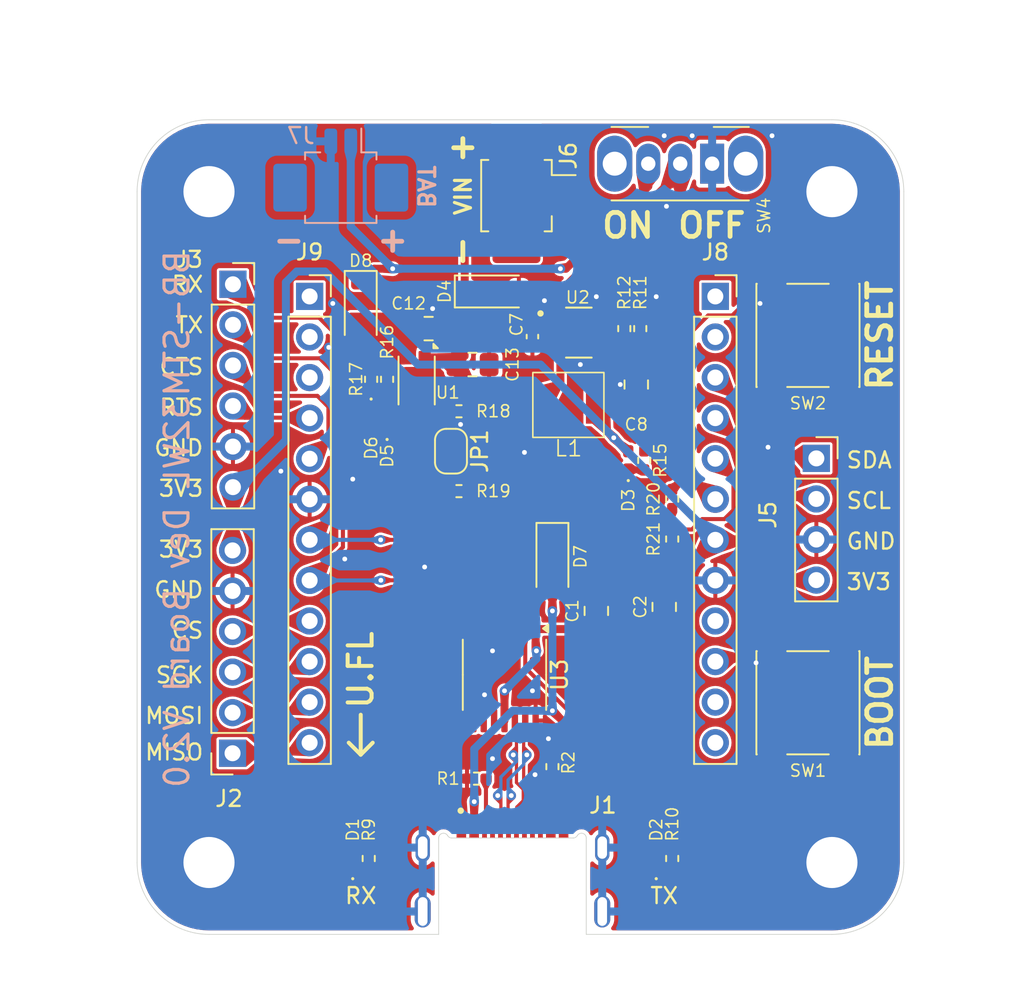
<source format=kicad_pcb>
(kicad_pcb (version 20240108) (generator "pcbnew") (generator_version "8.0")
  (title_block (title "BB-STM32 Dev Board") (date "2024-09-29") (rev "0") (company "Tyler Kraft"))
  (layers (0 "F.Cu" signal) (31 "B.Cu" signal) (34 "B.Paste" user) (35 "F.Paste" user) (36 "B.SilkS" user "B.Silkscreen") (37 "F.SilkS" user "F.Silkscreen") (38 "B.Mask" user) (39 "F.Mask" user) (44 "Edge.Cuts" user))
  (net 0 "")
  (net 1 "GND")
  (net 2 "Net-(D1-K)")
  (net 3 "Net-(D1-A)")
  (net 4 "Net-(D2-A)")
  (net 5 "Net-(D2-K)")
  (net 6 "/USB_RXD")
  (net 7 "Net-(J3-Pin_4)")
  (net 8 "Net-(J3-Pin_3)")
  (net 13 "/USB_TXD")
  (net 15 "/USB_DP")
  (net 16 "/USB_DN")
  (net 17 "Net-(J1-CC2)")
  (net 18 "USB_VBUS")
  (net 20 "Net-(J1-CC1)")
  (net 22 "Net-(J2-Pin_3)")
  (net 23 "Net-(J2-Pin_1)")
  (net 24 "Net-(D8-K)")
  (net 25 "+3V3")
  (net 26 "Net-(J2-Pin_4)")
  (net 27 "Net-(J2-Pin_2)")
  (net 28 "Net-(J5-Pin_2)")
  (net 29 "Net-(J5-Pin_1)")
  (net 30 "/NRST")
  (net 31 "VBAT")
  (net 32 "Net-(D4-K)")
  (net 33 "Net-(D3-K)")
  (net 34 "Net-(D5-A)")
  (net 35 "Net-(D5-K)")
  (net 36 "Net-(D6-K)")
  (net 37 "Net-(JP1-A)")
  (net 38 "Net-(JP1-B)")
  (net 40 "Net-(D8-A)")
  (net 41 "Net-(U2-SW)")
  (net 42 "Net-(U2-FB)")
  (net 44 "Net-(J8-Pin_5)")
  (net 45 "Net-(J8-Pin_10)")
  (net 49 "/SWCLK")
  (net 50 "/SWDIO")
  (footprint "Button_Switch_SMD:SW_Push_1P1T_NO_6x6mm_H9.5mm" (layer "F.Cu") (at 156.5 109 -90)
    (property "Reference" "SW1")
    (property "Value" "BOOT")
  )
  (footprint "LED_SMD:LED_0402_1005Metric_Pad0.77x0.64mm_HandSolder" (layer "F.Cu") (at 129.15 91.25 -90)
    (property "Reference" "D6")
    (property "Value" "FULL")
  )
  (footprint "Resistor_SMD:R_0402_1005Metric_Pad0.72x0.64mm_HandSolder" (layer "F.Cu") (at 145 85.575 90)
    (property "Reference" "R12")
    (property "Value" "100K")
  )
  (footprint "Capacitor_SMD:C_0805_2012Metric_Pad1.18x1.45mm_HandSolder" (layer "F.Cu") (at 143.25 103.25 90)
    (property "Reference" "C1")
    (property "Value" "10uF")
  )
  (footprint "Button_Switch_SMD:SW_Push_1P1T_NO_6x6mm_H9.5mm" (layer "F.Cu") (at 156.5 86 -90)
    (property "Reference" "SW2")
    (property "Value" "RESET")
  )
  (footprint "LED_SMD:LED_0402_1005Metric_Pad0.77x0.64mm_HandSolder" (layer "F.Cu") (at 145.25 93.825 90)
    (property "Reference" "D3")
    (property "Value" "LED_Small")
  )
  (footprint "Connector_Molex:Molex_PicoBlade_53261-0271_1x02-1MP_P1.25mm_Horizontal" (layer "F.Cu") (at 138.75 77.25 -90)
    (property "Reference" "J6")
    (property "Value" "3V-16V")
  )
  (footprint "Connector_PinSocket_2.54mm:PinSocket_1x12_P2.54mm_Vertical" (layer "F.Cu") (at 125.3 83.56)
    (property "Reference" "J9")
    (property "Value" "Conn_01x12")
  )
  (footprint "LED_SMD:LED_0402_1005Metric_Pad0.77x0.64mm_HandSolder" (layer "F.Cu") (at 130.15 91.25 90)
    (property "Reference" "D5")
    (property "Value" "POWER")
  )
  (footprint "Capacitor_SMD:C_0402_1005Metric_Pad0.74x0.62mm_HandSolder" (layer "F.Cu") (at 139.25 86.075 -90)
    (property "Reference" "C7")
    (property "Value" "4.7uF")
  )
  (footprint "Capacitor_SMD:C_0805_2012Metric_Pad1.18x1.45mm_HandSolder" (layer "F.Cu") (at 132.75 85.575)
    (property "Reference" "C12")
    (property "Value" "10uF")
  )
  (footprint "Capacitor_SMD:C_0805_2012Metric_Pad1.18x1.45mm_HandSolder" (layer "F.Cu") (at 135.5 87.825)
    (property "Reference" "C13")
    (property "Value" "10uF")
  )
  (footprint "Resistor_SMD:R_0402_1005Metric_Pad0.72x0.64mm_HandSolder" (layer "F.Cu") (at 148 118.75 -90)
    (property "Reference" "R10")
    (property "Value" "665")
  )
  (footprint "Diode_SMD:D_SOD-123" (layer "F.Cu") (at 136.75 83.25)
    (property "Reference" "D4")
    (property "Value" "~")
  )
  (footprint "Resistor_SMD:R_0402_1005Metric_Pad0.72x0.64mm_HandSolder" (layer "F.Cu") (at 129.15 88.75 90)
    (property "Reference" "R17")
    (property "Value" "665")
  )
  (footprint "MountingHole:MountingHole_3.2mm_M3_Pad_TopBottom" (layer "F.Cu") (at 158 77)
    (property "Reference" "H2" (hide yes))
    (property "Value" "MountingHole_Pad")
  )
  (footprint "Resistor_SMD:R_0402_1005Metric_Pad0.72x0.64mm_HandSolder" (layer "F.Cu") (at 134.65 95.75)
    (property "Reference" "R19")
    (property "Value" "1K")
  )
  (footprint "Resistor_SMD:R_0402_1005Metric_Pad0.72x0.64mm_HandSolder" (layer "F.Cu") (at 135.75 113.75)
    (property "Reference" "R1")
    (property "Value" "5.1k")
  )
  (footprint "Resistor_SMD:R_0402_1005Metric_Pad0.72x0.64mm_HandSolder" (layer "F.Cu") (at 134.65 90.75)
    (property "Reference" "R18")
    (property "Value" "1K")
  )
  (footprint "Connector_PinSocket_2.54mm:PinSocket_1x12_P2.54mm_Vertical" (layer "F.Cu") (at 150.7 83.56)
    (property "Reference" "J8")
    (property "Value" "Conn_01x12")
  )
  (footprint "Button_Switch_THT:SW_Slide_SPDT_Angled_CK_OS102011MA1Q" (layer "F.Cu") (at 150.5 75.25 180)
    (property "Reference" "SW4")
    (property "Value" "ON_OFF")
  )
  (footprint "Resistor_SMD:R_0402_1005Metric_Pad0.72x0.64mm_HandSolder" (layer "F.Cu") (at 140.5 113 90)
    (property "Reference" "R2")
    (property "Value" "5.1k")
  )
  (footprint "Resistor_SMD:R_0402_1005Metric_Pad0.72x0.64mm_HandSolder" (layer "F.Cu") (at 148 96.25 90)
    (property "Reference" "R20")
    (property "Value" "50K")
  )
  (footprint "Downloaded Footprints:MOLEX_2169900003" (layer "F.Cu") (at 138 122.0675)
    (property "Reference" "J1")
    (property "Value" "2169900003")
  )
  (footprint "Connector_PinSocket_2.54mm:PinSocket_1x06_P2.54mm_Vertical" (layer "F.Cu") (at 120.475 112.16 180)
    (property "Reference" "J2")
    (property "Value" "SPI")
  )
  (footprint "Resistor_SMD:R_0402_1005Metric_Pad0.72x0.64mm_HandSolder" (layer "F.Cu") (at 130.15 88.75 90)
    (property "Reference" "R16")
    (property "Value" "665")
  )
  (footprint "MountingHole:MountingHole_3.2mm_M3_Pad_TopBottom" (layer "F.Cu") (at 119 119)
    (property "Reference" "H3" (hide yes))
    (property "Value" "MountingHole_Pad")
  )
  (footprint "Capacitor_SMD:C_0805_2012Metric_Pad1.18x1.45mm_HandSolder" (layer "F.Cu") (at 147.5 103 -90)
    (property "Reference" "C2")
    (property "Value" "10uF")
  )
  (footprint "Package_DFN_QFN:DFN-8-1EP_3x2mm_P0.5mm_EP1.7x1.4mm" (layer "F.Cu") (at 132 88.825 -90)
    (property "Reference" "U1")
    (property "Value" "MCP73831-2-MC")
  )
  (footprint "Component Libraries:Bourns SRP4020TA" (layer "F.Cu") (at 141.5 90.325)
    (property "Reference" "L1")
    (property "Value" "1uH")
  )
  (footprint "Connector_PinSocket_2.54mm:PinSocket_1x04_P2.54mm_Vertical" (layer "F.Cu") (at 157.025 93.7)
    (property "Reference" "J5")
    (property "Value" "I2C")
  )
  (footprint "Diode_SMD:D_SOD-123" (layer "F.Cu") (at 140.500707 100.100707 -90)
    (property "Reference" "D7")
    (property "Value" "~")
  )
  (footprint "Component Libraries:SOT95P280X110-6N" (layer "F.Cu") (at 142.155 85.825)
    (property "Reference" "U2")
    (property "Value" "TLV62569PDDCR")
  )
  (footprint "Resistor_SMD:R_0402_1005Metric_Pad0.72x0.64mm_HandSolder" (layer "F.Cu") (at 146 85.575 -90)
    (property "Reference" "R11")
    (property "Value" "453K")
  )
  (footprint "Package_SO:TSSOP-14_4.4x5mm_P0.65mm" (layer "F.Cu") (at 137.5 107.25 -90)
    (property "Reference" "U3")
    (property "Value" "MCP2221AxST")
  )
  (footprint "Diode_SMD:D_SOD-123" (layer "F.Cu") (at 128.5 84.325 -90)
    (property "Reference" "D8")
    (property "Value" "~")
  )
  (footprint "Resistor_SMD:R_0402_1005Metric_Pad0.72x0.64mm_HandSolder" (layer "F.Cu") (at 146.25 93.825 90)
    (property "Reference" "R15")
    (property "Value" "665")
  )
  (footprint "MountingHole:MountingHole_3.2mm_M3_Pad_TopBottom" (layer "F.Cu") (at 158 119)
    (property "Reference" "H4" (hide yes))
    (property "Value" "MountingHole_Pad")
  )
  (footprint "Capacitor_SMD:C_0805_2012Metric_Pad1.18x1.45mm_HandSolder" (layer "F.Cu") (at 145.75 89.075 -90)
    (property "Reference" "C8")
    (property "Value" "22uF")
  )
  (footprint "Resistor_SMD:R_0402_1005Metric_Pad0.72x0.64mm_HandSolder" (layer "F.Cu") (at 129 118.75 90)
    (property "Reference" "R9")
    (property "Value" "665")
  )
  (footprint "Jumper:SolderJumper-2_P1.3mm_Open_RoundedPad1.0x1.5mm" (layer "F.Cu") (at 134.15 93.25 -90)
    (property "Reference" "JP1")
    (property "Value" "SolderJumper_2_Open")
  )
  (footprint "LED_SMD:LED_0402_1005Metric_Pad0.77x0.64mm_HandSolder" (layer "F.Cu") (at 128 118.75 90)
    (property "Reference" "D1")
    (property "Value" "TX")
  )
  (footprint "MountingHole:MountingHole_3.2mm_M3_Pad_TopBottom" (layer "F.Cu") (at 119 77)
    (property "Reference" "H1" (hide yes))
    (property "Value" "MountingHole_Pad")
  )
  (footprint "Connector_PinSocket_2.54mm:PinSocket_1x06_P2.54mm_Vertical" (layer "F.Cu") (at 120.5 82.8)
    (property "Reference" "J3")
    (property "Value" "USART")
  )
  (footprint "LED_SMD:LED_0402_1005Metric_Pad0.77x0.64mm_HandSolder" (layer "F.Cu") (at 147 118.75 90)
    (property "Reference" "D2")
    (property "Value" "RX")
  )
  (footprint "Resistor_SMD:R_0402_1005Metric_Pad0.72x0.64mm_HandSolder" (layer "F.Cu") (at 148 98.75 90)
    (property "Reference" "R21")
    (property "Value" "97K")
  )
  (footprint "Connector_Molex:Molex_PicoBlade_53261-0271_1x02-1MP_P1.25mm_Horizontal" (layer "B.Cu") (at 127.25 76.25 180)
    (property "Reference" "J7")
    (property "Value" "BATTERY")
  )
  (gr_line (start 128.5 109.75) (end 128.5 112.25) (stroke (width 0.25)) (layer "F.SilkS"))
  (gr_line (start 128.5 112.25) (end 129.25 111.5) (stroke (width 0.25)) (layer "F.SilkS"))
  (gr_line (start 128.5 112.25) (end 127.75 111.5) (stroke (width 0.25)) (layer "F.SilkS"))
  (gr_line (start 141.80038 117.4675) (end 134.19962 117.4675) (stroke (width 0.05)) (layer "Edge.Cuts"))
  (gr_arc (start 119 123.5) (mid 115.818019 122.181981) (end 114.5 119) (stroke (width 0.05)) (layer "Edge.Cuts"))
  (gr_arc (start 162.5 119) (mid 161.181981 122.181981) (end 158 123.5) (stroke (width 0.05)) (layer "Edge.Cuts"))
  (gr_line (start 158 123.5) (end 142.62 123.5) (stroke (width 0.05)) (layer "Edge.Cuts"))
  (gr_line (start 133.38 117.4675) (end 133.38 123.5) (stroke (width 0.05)) (layer "Edge.Cuts"))
  (gr_line (start 142.62 117.4675) (end 142.62 123.5) (stroke (width 0.05)) (layer "Edge.Cuts"))
  (gr_arc (start 158 72.5) (mid 161.181981 73.818019) (end 162.5 77) (stroke (width 0.05)) (layer "Edge.Cuts"))
  (gr_arc (start 133.38 117.4675) (mid 133.602355 117.177721) (end 133.939809 117.317499) (stroke (width 0.05)) (layer "Edge.Cuts"))
  (gr_arc (start 142.058806 117.316716) (mid 141.949928 117.426959) (end 141.80038 117.4675) (stroke (width 0.05)) (layer "Edge.Cuts"))
  (gr_arc (start 142.06019 117.3175) (mid 142.397644 117.177721) (end 142.62 117.467499) (stroke (width 0.05)) (layer "Edge.Cuts"))
  (gr_arc (start 114.5 77) (mid 115.818019 73.818019) (end 119 72.5) (stroke (width 0.05)) (layer "Edge.Cuts"))
  (gr_line (start 162.5 119) (end 162.5 77) (stroke (width 0.05)) (layer "Edge.Cuts"))
  (gr_line (start 119 123.5) (end 133.38 123.5) (stroke (width 0.05)) (layer "Edge.Cuts"))
  (gr_arc (start 134.19962 117.4675) (mid 134.050072 117.426959) (end 133.941193 117.316715) (stroke (width 0.05)) (layer "Edge.Cuts"))
  (gr_line (start 114.5 77) (end 114.5 119) (stroke (width 0.05)) (layer "Edge.Cuts"))
  (gr_line (start 158 72.5) (end 119 72.5) (stroke (width 0.05)) (layer "Edge.Cuts"))
  (gr_text "BAT" (at 132 75.25 -90) (layer "B.SilkS") (effects (font (size 1 1) (thickness 0.2) (bold yes)) (justify right bottom mirror)))
  (gr_text "BB-STM32WL Dev Board V2.0" (at 117 97.5 90) (layer "B.SilkS") (effects (font (size 1.5 1.5) (thickness 0.2)) (justify mirror)))
  (gr_text "-" (at 124 80 0) (layer "B.SilkS") (effects (font (size 1.5 1.5) (thickness 0.3) (bold yes)) (justify mirror)))
  (gr_text "+" (at 130.5 80 0) (layer "B.SilkS") (effects (font (size 1.5 1.5) (thickness 0.3) (bold yes)) (justify mirror)))
  (gr_text "MOSI" (at 118.728 109.808 0) (layer "F.SilkS") (effects (font (size 1 1)) (justify right)))
  (gr_text "RTS" (at 118.728 90.504 0) (layer "F.SilkS") (effects (font (size 1 1)) (justify right)))
  (gr_text "3V3" (at 118.728 99.394 0) (layer "F.SilkS") (effects (font (size 1 1)) (justify right)))
  (gr_text "U.FL" (at 128.5 109.5 90) (layer "F.SilkS") (effects (font (size 1.5 1.5) (thickness 0.25) (bold yes)) (justify left)))
  (gr_text "ON" (at 147 80 0) (layer "F.SilkS") (effects (font (size 1.5 1.5) (thickness 0.3) (bold yes)) (justify right bottom)))
  (gr_text "RX" (at 118.728 82.8078 0) (layer "F.SilkS") (effects (font (size 1 1)) (justify right)))
  (gr_text "CS" (at 118.728 104.474 0) (layer "F.SilkS") (effects (font (size 1 1)) (justify right)))
  (gr_text "3V3" (at 118.728 95.584 0) (layer "F.SilkS") (effects (font (size 1 1)) (justify right)))
  (gr_text "+" (at 135 74.25 -90) (layer "F.SilkS") (effects (font (size 1.5 1.5) (thickness 0.3) (bold yes))))
  (gr_text "GND" (at 118.728 93.044 0) (layer "F.SilkS") (effects (font (size 1 1)) (justify right)))
  (gr_text "RX" (at 128.5 120.5 0) (layer "F.SilkS") (effects (font (size 1 1)) (justify top)))
  (gr_text "OFF" (at 152.75 80 0) (layer "F.SilkS") (effects (font (size 1.5 1.5) (thickness 0.3) (bold yes)) (justify right bottom)))
  (gr_text "CTS" (at 118.728 87.964 0) (layer "F.SilkS") (effects (font (size 1 1)) (justify right)))
  (gr_text "SDA" (at 158.828 93.808 0) (layer "F.SilkS") (effects (font (size 1 1)) (justify left)))
  (gr_text "GND" (at 118.728 101.934 0) (layer "F.SilkS") (effects (font (size 1 1)) (justify right)))
  (gr_text "SCK" (at 118.728 107.268 0) (layer "F.SilkS") (effects (font (size 1 1)) (justify right)))
  (gr_text "GND" (at 158.828 98.888 0) (layer "F.SilkS") (effects (font (size 1 1)) (justify left)))
  (gr_text "3V3" (at 158.828 101.428 0) (layer "F.SilkS") (effects (font (size 1 1)) (justify left)))
  (gr_text "TX" (at 118.728 85.3478 0) (layer "F.SilkS") (effects (font (size 1 1)) (justify right)))
  (gr_text "RESET" (at 161 86 90) (layer "F.SilkS") (effects (font (size 1.5 1.5) (thickness 0.3) (bold yes))))
  (gr_text "MISO" (at 118.728 112.094 0) (layer "F.SilkS") (effects (font (size 1 1)) (justify right)))
  (gr_text "BOOT" (at 161 109 90) (layer "F.SilkS") (effects (font (size 1.5 1.5) (thickness 0.3) (bold yes))))
  (gr_text "TX" (at 147.5 120.5 0) (layer "F.SilkS") (effects (font (size 1 1)) (justify top)))
  (gr_text "VIN" (at 135.5 77.25 90) (layer "F.SilkS") (effects (font (size 1 1) (thickness 0.2) (bold yes)) (justify bottom)))
  (gr_text "-" (at 135 80.75 -90) (layer "F.SilkS") (effects (font (size 1.5 1.5) (thickness 0.3) (bold yes))))
  (gr_text "SCL" (at 158.828 96.348 0) (layer "F.SilkS") (effects (font (size 1 1)) (justify left)))
  (via (at 127.5 100) (size 0.6) (drill 0.3) (layers "F.Cu" "B.Cu") (net 1))
  (via (at 134.75 91.575) (size 0.6) (drill 0.3) (layers "F.Cu" "B.Cu") (net 1))
  (via (at 136.25 108.5) (size 0.6) (drill 0.3) (layers "F.Cu" "B.Cu") (net 1))
  (via (at 144.75 89.075) (size 0.6) (drill 0.3) (layers "F.Cu" "B.Cu") (net 1))
  (via (at 126.5 86.75) (size 0.6) (drill 0.3) (layers "F.Cu" "B.Cu") (net 1))
  (via (at 136.75 112.5) (size 0.6) (drill 0.3) (layers "F.Cu" "B.Cu") (net 1))
  (via (at 147.5 73.5) (size 0.6) (drill 0.3) (layers "F.Cu" "B.Cu") (net 1))
  (via (at 126.75 84) (size 0.6) (drill 0.3) (layers "F.Cu" "B.Cu") (net 1))
  (via (at 147 83.575) (size 0.6) (drill 0.3) (layers "F.Cu" "B.Cu") (net 1))
  (via (at 136.75 105.75) (size 0.6) (drill 0.3) (layers "F.Cu" "B.Cu") (net 1))
  (via (at 139.413055 113.501838) (size 0.6) (drill 0.3) (layers "F.Cu" "B.Cu") (net 1))
  (via (at 153.5 84) (size 0.6) (drill 0.3) (layers "F.Cu" "B.Cu") (net 1))
  (via (at 132.5 100.5) (size 0.6) (drill 0.3) (layers "F.Cu" "B.Cu") (net 1))
  (via (at 147.640929 77.917606) (size 0.6) (drill 0.3) (layers "F.Cu" "B.Cu") (net 1))
  (via (at 154.25 73.5) (size 0.6) (drill 0.3) (layers "F.Cu" "B.Cu") (net 1))
  (via (at 149.25 73.5) (size 0.6) (drill 0.3) (layers "F.Cu" "B.Cu") (net 1))
  (via (at 140.25 111.25) (size 0.6) (drill 0.3) (layers "F.Cu" "B.Cu") (net 1))
  (via (at 138.75 93.325) (size 0.6) (drill 0.3) (layers "F.Cu" "B.Cu") (net 1))
  (via (at 139.25 108.25) (size 0.6) (drill 0.3) (layers "F.Cu" "B.Cu") (net 1))
  (via (at 128 95) (size 0.6) (drill 0.3) (layers "F.Cu" "B.Cu") (net 1))
  (via (at 153.25 106.5) (size 0.6) (drill 0.3) (layers "F.Cu" "B.Cu") (net 1))
  (via (at 140 83.825) (size 0.6) (drill 0.3) (layers "F.Cu" "B.Cu") (net 1))
  (via (at 143.25 83.575) (size 0.6) (drill 0.3) (layers "F.Cu" "B.Cu") (net 1))
  (via (at 142.25 87.825) (size 0.6) (drill 0.3) (layers "F.Cu" "B.Cu") (net 1))
  (via (at 133 84.325) (size 0.6) (drill 0.3) (layers "F.Cu" "B.Cu") (net 1))
  (via (at 123.5 94.5) (size 0.6) (drill 0.3) (layers "F.Cu" "B.Cu") (net 1))
  (via (at 154 93) (size 0.6) (drill 0.3) (layers "F.Cu" "B.Cu") (net 1))
  (segment (start 129 119.3475) (end 128.025 119.3475) (width 0.254) (layer "F.Cu") (net 2))
  (segment (start 128 118.1775) (end 128 115.75) (width 0.254) (layer "F.Cu") (net 3))
  (segment (start 128 115.75) (end 138.15 105.6) (width 0.254) (layer "F.Cu") (net 3))
  (segment (start 138.15 105.6) (end 138.15 104.3875) (width 0.254) (layer "F.Cu") (net 3))
  (segment (start 147 118.1775) (end 147 115) (width 0.254) (layer "F.Cu") (net 4))
  (segment (start 147 115) (end 138.8 106.8) (width 0.254) (layer "F.Cu") (net 4))
  (segment (start 138.8 106.8) (end 138.8 104.3875) (width 0.254) (layer "F.Cu") (net 4))
  (segment (start 147 119.3225) (end 147.975 119.3225) (width 0.254) (layer "F.Cu") (net 5))
  (segment (start 136.85 103.650001) (end 136.85 104.3875) (width 0.254) (layer "F.Cu") (net 6))
  (segment (start 126.931 88.431) (end 126.931 97.139) (width 0.254) (layer "F.Cu") (net 6))
  (segment (start 122.593 87.433) (end 125.933 87.433) (width 0.254) (layer "F.Cu") (net 6))
  (segment (start 126.931 97.139) (end 125.3 98.77) (width 0.254) (layer "F.Cu") (net 6))
  (segment (start 131.999999 98.8) (end 136.85 103.650001) (width 0.254) (layer "F.Cu") (net 6))
  (segment (start 129.75 98.8) (end 131.999999 98.8) (width 0.254) (layer "F.Cu") (net 6))
  (segment (start 120.5 85.34) (end 122.593 87.433) (width 0.254) (layer "F.Cu") (net 6))
  (segment (start 125.933 87.433) (end 126.931 88.431) (width 0.254) (layer "F.Cu") (net 6))
  (via (at 129.75 98.8) (size 0.6) (drill 0.3) (layers "F.Cu" "B.Cu") (net 6))
  (segment (start 129.75 98.8) (end 125.3 98.8) (width 0.254) (layer "B.Cu") (net 6))
  (segment (start 120.5 90.42) (end 121.23 91.15) (width 0.254) (layer "F.Cu") (net 7))
  (segment (start 121.23 91.15) (end 125.3 91.15) (width 0.254) (layer "F.Cu") (net 7))
  (segment (start 126.477 92.513) (end 125.3 93.69) (width 0.254) (layer "F.Cu") (net 8))
  (segment (start 125.787 89.787) (end 126.477 90.477) (width 0.254) (layer "F.Cu") (net 8))
  (segment (start 122.407 89.787) (end 125.787 89.787) (width 0.254) (layer "F.Cu") (net 8))
  (segment (start 120.5 87.88) (end 122.407 89.787) (width 0.254) (layer "F.Cu") (net 8))
  (segment (start 126.477 90.477) (end 126.477 92.513) (width 0.254) (layer "F.Cu") (net 8))
  (segment (start 125.3 101.34) (end 127.385 99.255) (width 0.254) (layer "F.Cu") (net 13))
  (segment (start 127.385 99.255) (end 127.385 86.385) (width 0.254) (layer "F.Cu") (net 13))
  (segment (start 120.5 82.8) (end 122.593 84.893) (width 0.254) (layer "F.Cu") (net 13))
  (segment (start 122.593 84.893) (end 125.893 84.893) (width 0.254) (layer "F.Cu") (net 13))
  (segment (start 136.2 103.650001) (end 136.2 104.3875) (width 0.254) (layer "F.Cu") (net 13))
  (segment (start 125.893 84.893) (end 127.385 86.385) (width 0.254) (layer "F.Cu") (net 13))
  (segment (start 129.761936 101.331356) (end 133.881355 101.331356) (width 0.254) (layer "F.Cu") (net 13))
  (segment (start 133.881355 101.331356) (end 136.2 103.650001) (width 0.254) (layer "F.Cu") (net 13))
  (via (at 129.761936 101.331356) (size 0.6) (drill 0.3) (layers "F.Cu" "B.Cu") (net 13))
  (segment (start 129.753292 101.34) (end 125.3 101.34) (width 0.254) (layer "B.Cu") (net 13))
  (segment (start 129.761936 101.331356) (end 129.753292 101.34) (width 0.254) (layer "B.Cu") (net 13))
  (segment (start 139.124662 114.236462) (end 139.124662 115.313538) (width 0.2) (layer "F.Cu") (net 15))
  (segment (start 138.725 116.067499) (end 138.75 116.092499) (width 0.2) (layer "F.Cu") (net 15))
  (segment (start 137.925 114.81) (end 137.725 115.01) (width 0.2) (layer "F.Cu") (net 15))
  (segment (start 138.700001 112.060981) (end 138.9 112.26098) (width 0.2) (layer "F.Cu") (net 15))
  (segment (start 138.725 115.7132) (end 138.725 116.067499) (width 0.2) (layer "F.Cu") (net 15))
  (segment (start 138.700001 112.460979) (end 138.700001 113.811801) (width 0.2) (layer "F.Cu") (net 15))
  (segment (start 137.75 116.092499) (end 137.75 116.9175) (width 0.2) (layer "F.Cu") (net 15))
  (segment (start 137.725 115.01) (end 137.725 116.067499) (width 0.2) (layer "F.Cu") (net 15))
  (segment (start 138.75 116.092499) (end 138.75 116.9175) (width 0.2) (layer "F.Cu") (net 15))
  (segment (start 138.9 112.26098) (end 138.700001 112.460979) (width 0.2) (layer "F.Cu") (net 15))
  (segment (start 137.725 116.067499) (end 137.75 116.092499) (width 0.2) (layer "F.Cu") (net 15))
  (segment (start 138.700001 110.212499) (end 138.700001 112.060981) (width 0.2) (layer "F.Cu") (net 15))
  (segment (start 139.124662 115.313538) (end 138.725 115.7132) (width 0.2) (layer "F.Cu") (net 15))
  (segment (start 138.700001 113.811801) (end 139.124662 114.236462) (width 0.2) (layer "F.Cu") (net 15))
  (via (at 138.9 112.26098) (size 0.6) (drill 0.3) (layers "F.Cu" "B.Cu") (net 15))
  (via (at 137.925 114.81) (size 0.6) (drill 0.3) (layers "F.Cu" "B.Cu") (net 15))
  (segment (start 138.700001 112.460979) (end 138.700001 112.858199) (width 0.2) (layer "B.Cu") (net 15))
  (segment (start 138.9 112.26098) (end 138.700001 112.460979) (width 0.2) (layer "B.Cu") (net 15))
  (segment (start 137.725001 113.833199) (end 137.725001 114.610001) (width 0.2) (layer "B.Cu") (net 15))
  (segment (start 137.725001 114.610001) (end 137.925 114.81) (width 0.2) (layer "B.Cu") (net 15))
  (segment (start 138.700001 112.858199) (end 137.725001 113.833199) (width 0.2) (layer "B.Cu") (net 15))
  (segment (start 138.249999 110.212499) (end 138.249999 112.060981) (width 0.2) (layer "F.Cu") (net 16))
  (segment (start 138.05 112.26098) (end 138.249999 112.460979) (width 0.2) (layer "F.Cu") (net 16))
  (segment (start 138.249999 112.460979) (end 138.249999 113.998199) (width 0.2) (layer "F.Cu") (net 16))
  (segment (start 138.275 116.067499) (end 138.25 116.092499) (width 0.2) (layer "F.Cu") (net 16))
  (segment (start 137.275 115.01) (end 137.275 116.067499) (width 0.2) (layer "F.Cu") (net 16))
  (segment (start 138.25 116.092499) (end 138.25 116.9175) (width 0.2) (layer "F.Cu") (net 16))
  (segment (start 137.075 114.81) (end 137.275 115.01) (width 0.2) (layer "F.Cu") (net 16))
  (segment (start 138.275 115.5268) (end 138.275 116.067499) (width 0.2) (layer "F.Cu") (net 16))
  (segment (start 137.275 116.067499) (end 137.25 116.092499) (width 0.2) (layer "F.Cu") (net 16))
  (segment (start 138.674662 115.127138) (end 138.275 115.5268) (width 0.2) (layer "F.Cu") (net 16))
  (segment (start 138.674662 114.422862) (end 138.674662 115.127138) (width 0.2) (layer "F.Cu") (net 16))
  (segment (start 138.249999 112.060981) (end 138.05 112.26098) (width 0.2) (layer "F.Cu") (net 16))
  (segment (start 138.249999 113.998199) (end 138.674662 114.422862) (width 0.2) (layer "F.Cu") (net 16))
  (segment (start 137.25 116.092499) (end 137.25 116.9175) (width 0.2) (layer "F.Cu") (net 16))
  (via (at 137.075 114.81) (size 0.6) (drill 0.3) (layers "F.Cu" "B.Cu") (net 16))
  (via (at 138.05 112.26098) (size 0.6) (drill 0.3) (layers "F.Cu" "B.Cu") (net 16))
  (segment (start 138.249999 112.460979) (end 138.249999 112.671801) (width 0.2) (layer "B.Cu") (net 16))
  (segment (start 138.05 112.26098) (end 138.249999 112.460979) (width 0.2) (layer "B.Cu") (net 16))
  (segment (start 138.249999 112.671801) (end 137.274999 113.646801) (width 0.2) (layer "B.Cu") (net 16))
  (segment (start 137.274999 113.646801) (end 137.274999 114.610001) (width 0.2) (layer "B.Cu") (net 16))
  (segment (start 137.274999 114.610001) (end 137.075 114.81) (width 0.2) (layer "B.Cu") (net 16))
  (segment (start 139.75 116.35) (end 139.75 114.3475) (width 0.254) (layer "F.Cu") (net 17))
  (segment (start 139.75 114.3475) (end 140.5 113.5975) (width 0.254) (layer "F.Cu") (net 17))
  (segment (start 141.23 114.035536) (end 140.4 114.865536) (width 0.5) (layer "F.Cu") (net 18))
  (segment (start 135.6 115.197929) (end 135.605151 115.192778) (width 0.5) (layer "F.Cu") (net 18))
  (segment (start 135.6 116.9175) (end 135.6 115.197929) (width 0.5) (layer "F.Cu") (net 18))
  (segment (start 140.5 103.25) (end 140.5 101.751414) (width 0.5) (layer "F.Cu") (net 18))
  (segment (start 140.5 109.5) (end 141.23 110.23) (width 0.5) (layer "F.Cu") (net 18))
  (segment (start 141.23 110.23) (end 141.23 114.035536) (width 0.5) (layer "F.Cu") (net 18))
  (segment (start 140.4 114.865536) (end 140.4 116.9175) (width 0.5) (layer "F.Cu") (net 18))
  (via (at 135.605151 115.192778) (size 0.6) (drill 0.3) (layers "F.Cu" "B.Cu") (net 18))
  (via (at 140.5 109.5) (size 0.6) (drill 0.3) (layers "F.Cu" "B.Cu") (net 18))
  (via (at 140.5 103.25) (size 0.6) (drill 0.3) (layers "F.Cu" "B.Cu") (net 18))
  (segment (start 140.5 109.5) (end 140.5 103.25) (width 0.5) (layer "B.Cu") (net 18))
  (segment (start 135.605151 111.894849) (end 138 109.5) (width 0.5) (layer "B.Cu") (net 18))
  (segment (start 138 109.5) (end 140.5 109.5) (width 0.5) (layer "B.Cu") (net 18))
  (segment (start 135.605151 115.192778) (end 135.605151 111.894849) (width 0.5) (layer "B.Cu") (net 18))
  (segment (start 136.72 116.34) (end 136.72 116.13) (width 0.254) (layer "F.Cu") (net 20))
  (segment (start 136.72 116.13) (end 136.34 115.75) (width 0.254) (layer "F.Cu") (net 20))
  (segment (start 136.34 115.75) (end 136.34 113.7575) (width 0.254) (layer "F.Cu") (net 20))
  (segment (start 120.475 107.08) (end 124.61 107.08) (width 0.254) (layer "F.Cu") (net 22))
  (segment (start 124.61 107.08) (end 125.3 106.39) (width 0.254) (layer "F.Cu") (net 22))
  (segment (start 120.475 112.16) (end 124.61 112.16) (width 0.254) (layer "F.Cu") (net 23))
  (segment (start 124.61 112.16) (end 125.3 111.47) (width 0.254) (layer "F.Cu") (net 23))
  (segment (start 129.35 81.825) (end 128.5 82.675) (width 0.5) (layer "F.Cu") (net 24))
  (segment (start 130.5 81.825) (end 129.35 81.825) (width 0.5) (layer "F.Cu") (net 24))
  (segment (start 146.5 76.67) (end 146.5 75.25) (width 0.5) (layer "F.Cu") (net 24))
  (segment (start 141.345 81.825) (end 146.5 76.67) (width 0.5) (layer "F.Cu") (net 24))
  (segment (start 141 81.825) (end 141.345 81.825) (width 0.5) (layer "F.Cu") (net 24))
  (via (at 141 81.825) (size 0.6) (drill 0.3) (layers "F.Cu" "B.Cu") (net 24))
  (via (at 130.5 81.825) (size 0.6) (drill 0.3) (layers "F.Cu" "B.Cu") (net 24))
  (segment (start 127.875 79.2) (end 130.5 81.825) (width 0.5) (layer "B.Cu") (net 24))
  (segment (start 130.5 81.825) (end 141 81.825) (width 0.5) (layer "B.Cu") (net 24))
  (segment (start 127.875 73.85) (end 127.875 79.2) (width 0.5) (layer "B.Cu") (net 24))
  (segment (start 145.75 88.0375) (end 145.75 86.4225) (width 0.5) (layer "F.Cu") (net 25))
  (segment (start 139.45 105.7) (end 139.5 105.75) (width 0.5) (layer "F.Cu") (net 25))
  (segment (start 143.435 88.39) (end 143.7875 88.0375) (width 0.5) (layer "F.Cu") (net 25))
  (segment (start 143.435 91.505) (end 143.435 88.39) (width 0.5) (layer "F.Cu") (net 25))
  (segment (start 144.34 92.41) (end 143.435 91.505) (width 0.5) (layer "F.Cu") (net 25))
  (segment (start 154.57 101.32) (end 157.025 101.32) (width 0.5) (layer "F.Cu") (net 25))
  (segment (start 152.02 98.77) (end 154.57 101.32) (width 0.5) (layer "F.Cu") (net 25))
  (segment (start 145.75 86.4225) (end 146 86.1725) (width 0.5) (layer "F.Cu") (net 25))
  (segment (start 120.5 95.5) (end 120.5 99.435) (width 0.5) (layer "F.Cu") (net 25))
  (segment (start 150.7 98.77) (end 152.02 98.77) (width 0.5) (layer "F.Cu") (net 25))
  (segment (start 145.1125 104.3875) (end 139.45 104.3875) (width 0.5) (layer "F.Cu") (net 25))
  (segment (start 144.34 92.41) (end 145.1825 93.2525) (width 0.5) (layer "F.Cu") (net 25))
  (segment (start 137.5 108.25) (end 137.5 110.1125) (width 0.5) (layer "F.Cu") (net 25))
  (segment (start 139.45 104.3875) (end 139.45 105.7) (width 0.5) (layer "F.Cu") (net 25))
  (segment (start 143.7875 88.0375) (end 145.75 88.0375) (width 0.5) (layer "F.Cu") (net 25))
  (segment (start 150.7 98.8) (end 145.1125 104.3875) (width 0.5) (layer "F.Cu") (net 25))
  (via (at 139.5 105.75) (size 0.6) (drill 0.3) (layers "F.Cu" "B.Cu") (net 25))
  (via (at 144.34 92.41) (size 0.6) (drill 0.3) (layers "F.Cu" "B.Cu") (net 25))
  (via (at 137.5 108.25) (size 0.6) (drill 0.3) (layers "F.Cu" "B.Cu") (net 25))
  (segment (start 132.079092 87.829092) (end 139.759092 87.829092) (width 0.5) (layer "B.Cu") (net 25))
  (segment (start 126.25 82) (end 132.079092 87.829092) (width 0.5) (layer "B.Cu") (net 25))
  (segment (start 139.759092 87.829092) (end 150.7 98.77) (width 0.5) (layer "B.Cu") (net 25))
  (segment (start 123.815 82.674946) (end 124.489946 82) (width 0.5) (layer "B.Cu") (net 25))
  (segment (start 139.5 106.25) (end 137.5 108.25) (width 0.5) (layer "B.Cu") (net 25))
  (segment (start 139.5 105.75) (end 139.5 106.25) (width 0.5) (layer "B.Cu") (net 25))
  (segment (start 120.875 95.5) (end 123.815 92.56) (width 0.5) (layer "B.Cu") (net 25))
  (segment (start 124.489946 82) (end 126.25 82) (width 0.5) (layer "B.Cu") (net 25))
  (segment (start 123.815 92.56) (end 123.815 82.674946) (width 0.5) (layer "B.Cu") (net 25))
  (segment (start 120.475 104.54) (end 122 104.54) (width 0.254) (layer "F.Cu") (net 26))
  (segment (start 122.66 103.88) (end 125.3 103.88) (width 0.254) (layer "F.Cu") (net 26))
  (segment (start 122 104.54) (end 122.66 103.88) (width 0.254) (layer "F.Cu") (net 26))
  (segment (start 120.475 109.62) (end 124.61 109.62) (width 0.254) (layer "F.Cu") (net 27))
  (segment (start 124.61 109.62) (end 125.3 108.93) (width 0.254) (layer "F.Cu") (net 27))
  (segment (start 150.7 91.15) (end 155.8 96.25) (width 0.254) (layer "F.Cu") (net 28))
  (segment (start 155.8 96.25) (end 157.015 96.25) (width 0.254) (layer "F.Cu") (net 28))
  (segment (start 150.7 88.61) (end 155.79 93.7) (width 0.254) (layer "F.Cu") (net 29))
  (segment (start 155.79 93.7) (end 157.025 93.7) (width 0.254) (layer "F.Cu") (net 29))
  (segment (start 149.25 95) (end 149.25 85.75) (width 0.254) (layer "F.Cu") (net 30))
  (segment (start 150.39 96.14) (end 149.25 95) (width 0.254) (layer "F.Cu") (net 30))
  (segment (start 151.7625 84.75) (end 154.25 82.2625) (width 0.254) (layer "F.Cu") (net 30))
  (segment (start 150.25 84.75) (end 151.7625 84.75) (width 0.254) (layer "F.Cu") (net 30))
  (segment (start 149.25 85.75) (end 150.25 84.75) (width 0.254) (layer "F.Cu") (net 30))
  (segment (start 154.25 82.025) (end 154.25 89.975) (width 0.254) (layer "F.Cu") (net 30))
  (segment (start 148.5 95.1525) (end 148.5 75.25) (width 0.5) (layer "F.Cu") (net 31))
  (segment (start 142.653447 86.775) (end 143.31 86.775) (width 0.5) (layer "F.Cu") (net 31))
  (segment (start 142.154443 85.304443) (end 142.154443 86.275996) (width 0.5) (layer "F.Cu") (net 31))
  (segment (start 141 84.875) (end 141.725 84.875) (width 0.5) (layer "F.Cu") (net 31))
  (segment (start 141 83.25) (end 141 84.075) (width 0.5) (layer "F.Cu") (net 31))
  (segment (start 142.154443 86.275996) (end 142.653447 86.775) (width 0.5) (layer "F.Cu") (net 31))
  (segment (start 148 95.6525) (end 148.5 95.1525) (width 0.5) (layer "F.Cu") (net 31))
  (segment (start 141.725 84.875) (end 142.154443 85.304443) (width 0.5) (layer "F.Cu") (net 31))
  (segment (start 141 84.875) (end 139.8825 84.875) (width 0.5) (layer "F.Cu") (net 31))
  (segment (start 148.5 75.75) (end 141 83.25) (width 0.5) (layer "F.Cu") (net 31))
  (segment (start 141 84.075) (end 141 84.875) (width 0.5) (layer "F.Cu") (net 31))
  (segment (start 139.8825 84.875) (end 139.25 85.5075) (width 0.5) (layer "F.Cu") (net 31))
  (segment (start 134.0825 87.604024) (end 140.500707 94.022231) (width 0.5) (layer "F.Cu") (net 32))
  (segment (start 135.01 85.59838) (end 135 85.60838) (width 0.5) (layer "F.Cu") (net 32))
  (segment (start 140.500707 94.022231) (end 140.500707 98.450707) (width 0.5) (layer "F.Cu") (net 32))
  (segment (start 135 87.2875) (end 134.4625 87.825) (width 0.5) (layer "F.Cu") (net 32))
  (segment (start 135 85.60838) (end 135 87.2875) (width 0.5) (layer "F.Cu") (net 32))
  (segment (start 141.15 76.625) (end 139.059692 76.625) (width 0.5) (layer "F.Cu") (net 32))
  (segment (start 134.4625 87.825) (end 134.0125 87.375) (width 0.5) (layer "F.Cu") (net 32))
  (segment (start 134.0125 87.375) (end 132.75 87.375) (width 0.5) (layer "F.Cu") (net 32))
  (segment (start 139.059692 76.625) (end 135.01 80.674692) (width 0.5) (layer "F.Cu") (net 32))
  (segment (start 135.01 80.674692) (end 135.01 85.59838) (width 0.5) (layer "F.Cu") (net 32))
  (segment (start 146.25 94.4225) (end 145.275 94.4225) (width 0.254) (layer "F.Cu") (net 33))
  (segment (start 130.15 90.6775) (end 130.15 89.3475) (width 0.254) (layer "F.Cu") (net 34))
  (segment (start 129.15 91.8225) (end 130.15 91.8225) (width 0.254) (layer "F.Cu") (net 35))
  (segment (start 131.25 90.7225) (end 131.25 90.275) (width 0.254) (layer "F.Cu") (net 35))
  (segment (start 130.15 91.8225) (end 131.25 90.7225) (width 0.254) (layer "F.Cu") (net 35))
  (segment (start 129.15 89.3475) (end 129.15 90.6775) (width 0.254) (layer "F.Cu") (net 36))
  (segment (start 134.0525 90.75) (end 134.0525 92.5025) (width 0.254) (layer "F.Cu") (net 37))
  (segment (start 133.5775 90.275) (end 134.0525 90.75) (width 0.254) (layer "F.Cu") (net 37))
  (segment (start 132.75 90.275) (end 133.5775 90.275) (width 0.254) (layer "F.Cu") (net 37))
  (segment (start 134.15 93.9) (end 134.15 95.6525) (width 0.254) (layer "F.Cu") (net 38))
  (segment (start 141 88.975) (end 139.65 90.325) (width 0.5) (layer "F.Cu") (net 41))
  (segment (start 141 86.775) (end 141 88.975) (width 0.5) (layer "F.Cu") (net 41))
  (segment (start 146 84.9775) (end 143.4125 84.9775) (width 0.254) (layer "F.Cu") (net 42))
  (segment (start 148 98.1525) (end 148 96.8475) (width 0.254) (layer "F.Cu") (net 44))
  (segment (start 151.268981 97.5) (end 151.837 96.931981) (width 0.254) (layer "F.Cu") (net 44))
  (segment (start 149.231301 98.1525) (end 149.883801 97.5) (width 0.254) (layer "F.Cu") (net 44))
  (segment (start 151.837 96.931981) (end 151.837 94.827) (width 0.254) (layer "F.Cu") (net 44))
  (segment (start 148 98.1525) (end 149.231301 98.1525) (width 0.254) (layer "F.Cu") (net 44))
  (segment (start 149.883801 97.5) (end 151.268981 97.5) (width 0.254) (layer "F.Cu") (net 44))
  (segment (start 151.837 94.827) (end 150.7 93.69) (width 0.254) (layer "F.Cu") (net 44))
  (segment (start 154.25 105.025) (end 154.25 112.975) (width 0.254) (layer "F.Cu") (net 45))
  (segment (start 151.86 106.39) (end 153.225 105.025) (width 0.254) (layer "F.Cu") (net 45))
  (segment (start 150.7 106.39) (end 151.86 106.39) (width 0.254) (layer "F.Cu") (net 45))
  (segment (start 153.225 105.025) (end 154.25 105.025) (width 0.254) (layer "F.Cu") (net 45))
  (zone (net 1) (net_name "GND") (layer "F.Cu") (connect_pads (clearance 0.08)) (min_thickness 0.25) (fill yes (thermal_gap 0.25) (thermal_bridge_width 0.25))
    (polygon (pts (xy 114.5 72.5) (xy 162.5 72.5) (xy 162.5 123.5) (xy 114.5 123.5)))
  )
  (zone (net 32) (net_name "Net-(D4-K)") (layer "F.Cu") (priority 5) (connect_pads yes (clearance 0.08)) (min_thickness 0.25) (fill yes (thermal_gap 0.5) (thermal_bridge_width 0.5))
    (polygon (pts (xy 132.881103 86.976438) (xy 132.124951 86.973627) (xy 132.130573 87.780378) (xy 132.875482 87.777567)))
  )
  (zone (net 40) (net_name "Net-(D8-A)") (layer "F.Cu") (priority 4) (connect_pads yes (clearance 0.08)) (min_thickness 0.25) (fill yes (thermal_gap 0.5) (thermal_bridge_width 0.5))
    (polygon (pts (xy 132.5 84.575) (xy 132.5 86.325) (xy 132 86.825) (xy 132 87.825) (xy 130.75 87.825) (xy 130.75 88.575) (xy 129.75 88.575) (xy 129.75 86.575) (xy 127.75 86.575) (xy 127.75 84.575)))
  )
  (zone (net 1) (net_name "GND") (layer "B.Cu") (priority 1) (connect_pads (clearance 0.5)) (min_thickness 0.25) (fill yes (thermal_gap 0.5) (thermal_bridge_width 0.5))
    (polygon (pts (xy 114.5 72.5) (xy 162.5 72.5) (xy 162.5 123.5) (xy 114.5 123.5)))
  )
)
</source>
